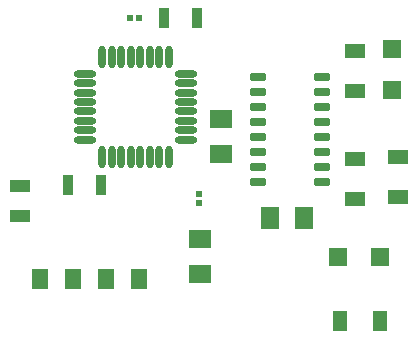
<source format=gtp>
G04*
G04 #@! TF.GenerationSoftware,Altium Limited,Altium Designer,24.1.2 (44)*
G04*
G04 Layer_Color=8421504*
%FSLAX25Y25*%
%MOIN*%
G70*
G04*
G04 #@! TF.SameCoordinates,7DBD4A73-798C-42AE-A11E-901C6AB6527B*
G04*
G04*
G04 #@! TF.FilePolarity,Positive*
G04*
G01*
G75*
%ADD17R,0.07316X0.05928*%
%ADD18O,0.02362X0.07677*%
%ADD19O,0.07677X0.02362*%
%ADD20R,0.05906X0.05906*%
%ADD21R,0.05928X0.07316*%
%ADD22R,0.03740X0.06693*%
%ADD23R,0.05333X0.07111*%
%ADD24R,0.06693X0.04331*%
%ADD25R,0.07087X0.05118*%
G04:AMPARAMS|DCode=26|XSize=51.58mil|YSize=24.41mil|CornerRadius=3.05mil|HoleSize=0mil|Usage=FLASHONLY|Rotation=180.000|XOffset=0mil|YOffset=0mil|HoleType=Round|Shape=RoundedRectangle|*
%AMROUNDEDRECTD26*
21,1,0.05158,0.01831,0,0,180.0*
21,1,0.04547,0.02441,0,0,180.0*
1,1,0.00610,-0.02274,0.00915*
1,1,0.00610,0.02274,0.00915*
1,1,0.00610,0.02274,-0.00915*
1,1,0.00610,-0.02274,-0.00915*
%
%ADD26ROUNDEDRECTD26*%
%ADD27R,0.05906X0.05906*%
%ADD28R,0.05118X0.07087*%
%ADD29R,0.01860X0.02029*%
%ADD30R,0.02029X0.01860*%
D17*
X100500Y123000D02*
D03*
Y111376D02*
D03*
X93500Y71188D02*
D03*
Y82812D02*
D03*
D18*
X60976Y110268D02*
D03*
X64126D02*
D03*
X67276D02*
D03*
X70425D02*
D03*
X73575D02*
D03*
X76724D02*
D03*
X79874D02*
D03*
X83024D02*
D03*
Y143732D02*
D03*
X79874D02*
D03*
X76724D02*
D03*
X73575D02*
D03*
X70425D02*
D03*
X67276D02*
D03*
X64126D02*
D03*
X60976D02*
D03*
D19*
X88732Y115976D02*
D03*
Y119126D02*
D03*
Y122276D02*
D03*
Y125425D02*
D03*
Y128575D02*
D03*
Y131724D02*
D03*
Y134874D02*
D03*
Y138024D02*
D03*
X55268D02*
D03*
Y134874D02*
D03*
Y131724D02*
D03*
Y128575D02*
D03*
Y125425D02*
D03*
Y122276D02*
D03*
Y119126D02*
D03*
Y115976D02*
D03*
D20*
X139610Y77000D02*
D03*
X153390D02*
D03*
D21*
X116688Y90000D02*
D03*
X128312D02*
D03*
D22*
X49488Y101000D02*
D03*
X60512D02*
D03*
X81488Y156500D02*
D03*
X92512D02*
D03*
D23*
X73000Y69500D02*
D03*
X62167D02*
D03*
X40167D02*
D03*
X51000D02*
D03*
D24*
X33500Y100736D02*
D03*
Y90500D02*
D03*
D25*
X159500Y96807D02*
D03*
Y110193D02*
D03*
X145000Y96307D02*
D03*
Y109693D02*
D03*
Y145693D02*
D03*
Y132307D02*
D03*
D26*
X134327Y102000D02*
D03*
Y107000D02*
D03*
Y112000D02*
D03*
Y117000D02*
D03*
Y122000D02*
D03*
Y127000D02*
D03*
Y132000D02*
D03*
Y137000D02*
D03*
X112673D02*
D03*
Y132000D02*
D03*
Y127000D02*
D03*
Y122000D02*
D03*
Y117000D02*
D03*
Y112000D02*
D03*
Y107000D02*
D03*
Y102000D02*
D03*
D27*
X157500Y132500D02*
D03*
Y146280D02*
D03*
D28*
X153386Y55500D02*
D03*
X140000D02*
D03*
D29*
X93000Y95019D02*
D03*
Y98000D02*
D03*
D30*
X73000Y156500D02*
D03*
X70019D02*
D03*
M02*

</source>
